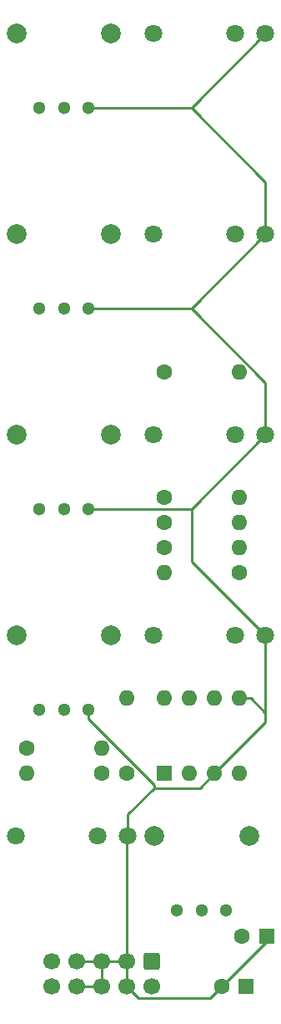
<source format=gbr>
%TF.GenerationSoftware,KiCad,Pcbnew,8.0.1-8.0.1-1~ubuntu22.04.1*%
%TF.CreationDate,2024-04-12T07:50:43+02:00*%
%TF.ProjectId,HagiwoEurorackMixer_PCBOnly,48616769-776f-4457-9572-6f7261636b4d,rev?*%
%TF.SameCoordinates,Original*%
%TF.FileFunction,Copper,L2,Bot*%
%TF.FilePolarity,Positive*%
%FSLAX46Y46*%
G04 Gerber Fmt 4.6, Leading zero omitted, Abs format (unit mm)*
G04 Created by KiCad (PCBNEW 8.0.1-8.0.1-1~ubuntu22.04.1) date 2024-04-12 07:50:43*
%MOMM*%
%LPD*%
G01*
G04 APERTURE LIST*
G04 Aperture macros list*
%AMRoundRect*
0 Rectangle with rounded corners*
0 $1 Rounding radius*
0 $2 $3 $4 $5 $6 $7 $8 $9 X,Y pos of 4 corners*
0 Add a 4 corners polygon primitive as box body*
4,1,4,$2,$3,$4,$5,$6,$7,$8,$9,$2,$3,0*
0 Add four circle primitives for the rounded corners*
1,1,$1+$1,$2,$3*
1,1,$1+$1,$4,$5*
1,1,$1+$1,$6,$7*
1,1,$1+$1,$8,$9*
0 Add four rect primitives between the rounded corners*
20,1,$1+$1,$2,$3,$4,$5,0*
20,1,$1+$1,$4,$5,$6,$7,0*
20,1,$1+$1,$6,$7,$8,$9,0*
20,1,$1+$1,$8,$9,$2,$3,0*%
G04 Aperture macros list end*
%TA.AperFunction,ComponentPad*%
%ADD10C,1.800000*%
%TD*%
%TA.AperFunction,ComponentPad*%
%ADD11C,1.600000*%
%TD*%
%TA.AperFunction,ComponentPad*%
%ADD12O,1.600000X1.600000*%
%TD*%
%TA.AperFunction,ComponentPad*%
%ADD13C,2.000000*%
%TD*%
%TA.AperFunction,ComponentPad*%
%ADD14C,1.300000*%
%TD*%
%TA.AperFunction,ComponentPad*%
%ADD15R,1.600000X1.600000*%
%TD*%
%TA.AperFunction,ComponentPad*%
%ADD16RoundRect,0.250000X-0.600000X0.600000X-0.600000X-0.600000X0.600000X-0.600000X0.600000X0.600000X0*%
%TD*%
%TA.AperFunction,ComponentPad*%
%ADD17C,1.700000*%
%TD*%
%TA.AperFunction,Conductor*%
%ADD18C,0.250000*%
%TD*%
G04 APERTURE END LIST*
D10*
%TO.P,J3,S*%
%TO.N,GND*%
X96370000Y-93800000D03*
%TO.P,J3,T*%
%TO.N,Net-(J3-PadT)*%
X84970000Y-93800000D03*
%TO.P,J3,TN*%
%TO.N,unconnected-(J3-PadTN)*%
X93270000Y-93800000D03*
%TD*%
D11*
%TO.P,R5,1*%
%TO.N,Net-(U2A--)*%
X93700000Y-107770000D03*
D12*
%TO.P,R5,2*%
%TO.N,Net-(R5-Pad2)*%
X86080000Y-107770000D03*
%TD*%
D11*
%TO.P,R7,1*%
%TO.N,Net-(R7-Pad1)*%
X82270000Y-128090000D03*
D12*
%TO.P,R7,2*%
%TO.N,Net-(R7-Pad2)*%
X82270000Y-120470000D03*
%TD*%
D10*
%TO.P,J5,S*%
%TO.N,GND*%
X82400000Y-134440000D03*
%TO.P,J5,T*%
%TO.N,Net-(J5-PadT)*%
X71000000Y-134440000D03*
%TO.P,J5,TN*%
%TO.N,unconnected-(J5-PadTN)*%
X79300000Y-134440000D03*
%TD*%
D13*
%TO.P,RV4,*%
%TO.N,*%
X71120000Y-114120000D03*
X80720000Y-114120000D03*
D14*
%TO.P,RV4,1,1*%
%TO.N,Net-(J4-PadT)*%
X73420000Y-121620000D03*
%TO.P,RV4,2,2*%
%TO.N,Net-(R4-Pad1)*%
X75920000Y-121620000D03*
%TO.P,RV4,3,3*%
%TO.N,GND*%
X78420000Y-121620000D03*
%TD*%
D11*
%TO.P,R4,1*%
%TO.N,Net-(R4-Pad1)*%
X86080000Y-105230000D03*
D12*
%TO.P,R4,2*%
%TO.N,Net-(U2A--)*%
X93700000Y-105230000D03*
%TD*%
D15*
%TO.P,C2,1*%
%TO.N,GND*%
X96494000Y-144600000D03*
D11*
%TO.P,C2,2*%
%TO.N,Net-(U2C-V-)*%
X93994000Y-144600000D03*
%TD*%
D15*
%TO.P,U2,1*%
%TO.N,Net-(R5-Pad2)*%
X86080000Y-128090000D03*
D12*
%TO.P,U2,2,-*%
%TO.N,Net-(U2A--)*%
X88620000Y-128090000D03*
%TO.P,U2,3,+*%
%TO.N,GND*%
X91160000Y-128090000D03*
%TO.P,U2,4,V-*%
%TO.N,Net-(U2C-V-)*%
X93700000Y-128090000D03*
%TO.P,U2,5,+*%
%TO.N,GND*%
X93700000Y-120470000D03*
%TO.P,U2,6,-*%
%TO.N,Net-(U2B--)*%
X91160000Y-120470000D03*
%TO.P,U2,7*%
%TO.N,Net-(R7-Pad2)*%
X88620000Y-120470000D03*
%TO.P,U2,8,V+*%
%TO.N,Net-(U2C-V+)*%
X86080000Y-120470000D03*
%TD*%
D16*
%TO.P,J6,1,+12V*%
%TO.N,Net-(U2C-V+)*%
X84810000Y-147140000D03*
D17*
%TO.P,J6,2,+12V*%
X84810000Y-149680000D03*
%TO.P,J6,3,GND*%
%TO.N,GND*%
X82270000Y-147140000D03*
%TO.P,J6,4,GND*%
X82270000Y-149680000D03*
%TO.P,J6,5,GND*%
X79730000Y-147140000D03*
%TO.P,J6,6,GND*%
X79730000Y-149680000D03*
%TO.P,J6,7,GND*%
X77190000Y-147140000D03*
%TO.P,J6,8,GND*%
X77190000Y-149680000D03*
%TO.P,J6,9,-12V*%
%TO.N,Net-(U2C-V-)*%
X74650000Y-147140000D03*
%TO.P,J6,10,-12V*%
X74650000Y-149680000D03*
%TD*%
D13*
%TO.P,RV5,*%
%TO.N,*%
X85097034Y-134440000D03*
X94697034Y-134440000D03*
D14*
%TO.P,RV5,1,1*%
%TO.N,Net-(U2B--)*%
X87397034Y-141940000D03*
%TO.P,RV5,2,2*%
X89897034Y-141940000D03*
%TO.P,RV5,3,3*%
%TO.N,Net-(R7-Pad1)*%
X92397034Y-141940000D03*
%TD*%
D11*
%TO.P,R1,1*%
%TO.N,Net-(R1-Pad1)*%
X86080000Y-87450000D03*
D12*
%TO.P,R1,2*%
%TO.N,Net-(U2A--)*%
X93700000Y-87450000D03*
%TD*%
D13*
%TO.P,RV1,*%
%TO.N,*%
X71120000Y-53160000D03*
X80720000Y-53160000D03*
D14*
%TO.P,RV1,1,1*%
%TO.N,Net-(J1-PadT)*%
X73420000Y-60660000D03*
%TO.P,RV1,2,2*%
%TO.N,Net-(R1-Pad1)*%
X75920000Y-60660000D03*
%TO.P,RV1,3,3*%
%TO.N,GND*%
X78420000Y-60660000D03*
%TD*%
D15*
%TO.P,C1,1*%
%TO.N,Net-(U2C-V+)*%
X94422000Y-149680000D03*
D11*
%TO.P,C1,2*%
%TO.N,GND*%
X91922000Y-149680000D03*
%TD*%
%TO.P,R3,1*%
%TO.N,Net-(R3-Pad1)*%
X86080000Y-102690000D03*
D12*
%TO.P,R3,2*%
%TO.N,Net-(U2A--)*%
X93700000Y-102690000D03*
%TD*%
D10*
%TO.P,J2,S*%
%TO.N,GND*%
X96370000Y-73480000D03*
%TO.P,J2,T*%
%TO.N,Net-(J2-PadT)*%
X84970000Y-73480000D03*
%TO.P,J2,TN*%
%TO.N,unconnected-(J2-PadTN)*%
X93270000Y-73480000D03*
%TD*%
D11*
%TO.P,R6,1*%
%TO.N,Net-(R5-Pad2)*%
X72110000Y-125550000D03*
D12*
%TO.P,R6,2*%
%TO.N,Net-(U2B--)*%
X79730000Y-125550000D03*
%TD*%
D13*
%TO.P,RV3,*%
%TO.N,*%
X71120000Y-93800000D03*
X80720000Y-93800000D03*
D14*
%TO.P,RV3,1,1*%
%TO.N,Net-(J3-PadT)*%
X73420000Y-101300000D03*
%TO.P,RV3,2,2*%
%TO.N,Net-(R3-Pad1)*%
X75920000Y-101300000D03*
%TO.P,RV3,3,3*%
%TO.N,GND*%
X78420000Y-101300000D03*
%TD*%
D11*
%TO.P,R8,1*%
%TO.N,Net-(R7-Pad2)*%
X79730000Y-128090000D03*
D12*
%TO.P,R8,2*%
%TO.N,Net-(J5-PadT)*%
X72110000Y-128090000D03*
%TD*%
D10*
%TO.P,J4,S*%
%TO.N,GND*%
X96370000Y-114120000D03*
%TO.P,J4,T*%
%TO.N,Net-(J4-PadT)*%
X84970000Y-114120000D03*
%TO.P,J4,TN*%
%TO.N,unconnected-(J4-PadTN)*%
X93270000Y-114120000D03*
%TD*%
%TO.P,J1,S*%
%TO.N,GND*%
X96370000Y-53160000D03*
%TO.P,J1,T*%
%TO.N,Net-(J1-PadT)*%
X84970000Y-53160000D03*
%TO.P,J1,TN*%
%TO.N,unconnected-(J1-PadTN)*%
X93270000Y-53160000D03*
%TD*%
D13*
%TO.P,RV2,*%
%TO.N,*%
X71120000Y-73480000D03*
X80720000Y-73480000D03*
D14*
%TO.P,RV2,1,1*%
%TO.N,Net-(J2-PadT)*%
X73420000Y-80980000D03*
%TO.P,RV2,2,2*%
%TO.N,Net-(R2-Pad1)*%
X75920000Y-80980000D03*
%TO.P,RV2,3,3*%
%TO.N,GND*%
X78420000Y-80980000D03*
%TD*%
D11*
%TO.P,R2,1*%
%TO.N,Net-(R2-Pad1)*%
X86080000Y-100150000D03*
D12*
%TO.P,R2,2*%
%TO.N,Net-(U2A--)*%
X93700000Y-100150000D03*
%TD*%
D18*
%TO.N,GND*%
X96370000Y-73480000D02*
X88870000Y-80980000D01*
X88870000Y-60660000D02*
X78420000Y-60660000D01*
X93700000Y-120470000D02*
X94920000Y-120470000D01*
X96370000Y-93800000D02*
X88870000Y-101300000D01*
X96370000Y-68160000D02*
X88870000Y-60660000D01*
X82270000Y-149680000D02*
X83445000Y-150855000D01*
X78420000Y-121620000D02*
X78420000Y-122539238D01*
X96370000Y-88480000D02*
X88870000Y-80980000D01*
X85090000Y-129209238D02*
X85090000Y-129540000D01*
X96370000Y-73480000D02*
X96370000Y-68160000D01*
X82400000Y-132230000D02*
X85090000Y-129540000D01*
X82270000Y-134570000D02*
X82400000Y-134440000D01*
X88870000Y-101300000D02*
X78420000Y-101300000D01*
X90747000Y-150855000D02*
X91922000Y-149680000D01*
X82270000Y-147140000D02*
X82270000Y-134570000D01*
X89710000Y-129540000D02*
X91160000Y-128090000D01*
X96370000Y-114120000D02*
X88870000Y-106620000D01*
X96370000Y-114120000D02*
X96370000Y-121920000D01*
X88870000Y-106620000D02*
X88870000Y-101300000D01*
X96370000Y-121920000D02*
X96370000Y-122880000D01*
X78420000Y-122539238D02*
X85090000Y-129209238D01*
X83445000Y-150855000D02*
X90747000Y-150855000D01*
X96370000Y-122880000D02*
X91160000Y-128090000D01*
X96494000Y-144600000D02*
X96494000Y-145108000D01*
X94920000Y-120470000D02*
X96370000Y-121920000D01*
X82270000Y-147140000D02*
X82270000Y-149680000D01*
X85090000Y-129540000D02*
X89710000Y-129540000D01*
X79730000Y-147140000D02*
X77190000Y-147140000D01*
X79730000Y-147140000D02*
X79730000Y-149680000D01*
X82400000Y-134440000D02*
X82400000Y-132230000D01*
X79730000Y-149680000D02*
X77190000Y-149680000D01*
X82270000Y-147140000D02*
X79730000Y-147140000D01*
X96370000Y-53160000D02*
X88870000Y-60660000D01*
X96494000Y-145108000D02*
X91922000Y-149680000D01*
X96370000Y-93800000D02*
X96370000Y-88480000D01*
X88870000Y-80980000D02*
X78420000Y-80980000D01*
%TD*%
M02*

</source>
